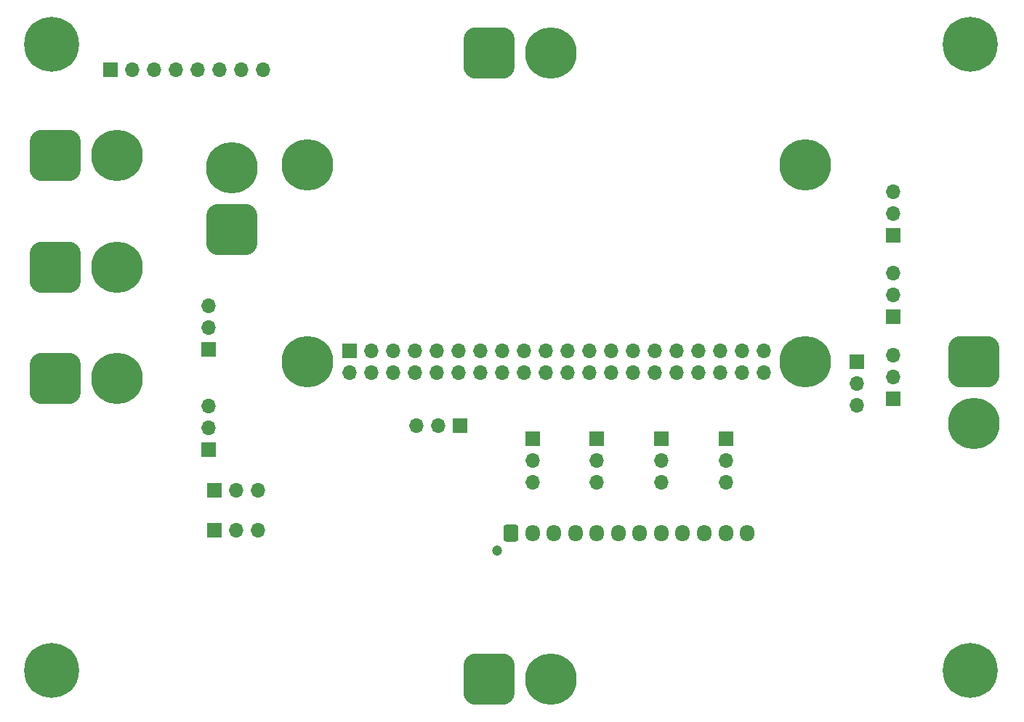
<source format=gbr>
%TF.GenerationSoftware,KiCad,Pcbnew,8.0.6-8.0.6-0~ubuntu24.04.1*%
%TF.CreationDate,2024-11-13T13:21:28+01:00*%
%TF.ProjectId,drn2,64726e32-2e6b-4696-9361-645f70636258,rev?*%
%TF.SameCoordinates,Original*%
%TF.FileFunction,Soldermask,Bot*%
%TF.FilePolarity,Negative*%
%FSLAX46Y46*%
G04 Gerber Fmt 4.6, Leading zero omitted, Abs format (unit mm)*
G04 Created by KiCad (PCBNEW 8.0.6-8.0.6-0~ubuntu24.04.1) date 2024-11-13 13:21:28*
%MOMM*%
%LPD*%
G01*
G04 APERTURE LIST*
G04 Aperture macros list*
%AMRoundRect*
0 Rectangle with rounded corners*
0 $1 Rounding radius*
0 $2 $3 $4 $5 $6 $7 $8 $9 X,Y pos of 4 corners*
0 Add a 4 corners polygon primitive as box body*
4,1,4,$2,$3,$4,$5,$6,$7,$8,$9,$2,$3,0*
0 Add four circle primitives for the rounded corners*
1,1,$1+$1,$2,$3*
1,1,$1+$1,$4,$5*
1,1,$1+$1,$6,$7*
1,1,$1+$1,$8,$9*
0 Add four rect primitives between the rounded corners*
20,1,$1+$1,$2,$3,$4,$5,0*
20,1,$1+$1,$4,$5,$6,$7,0*
20,1,$1+$1,$6,$7,$8,$9,0*
20,1,$1+$1,$8,$9,$2,$3,0*%
G04 Aperture macros list end*
%ADD10R,1.700000X1.700000*%
%ADD11O,1.700000X1.700000*%
%ADD12RoundRect,1.500000X-1.500000X-1.500000X1.500000X-1.500000X1.500000X1.500000X-1.500000X1.500000X0*%
%ADD13C,6.000000*%
%ADD14C,0.800000*%
%ADD15C,6.400000*%
%ADD16C,1.200000*%
%ADD17RoundRect,0.250000X-0.600000X-0.725000X0.600000X-0.725000X0.600000X0.725000X-0.600000X0.725000X0*%
%ADD18O,1.700000X1.950000*%
%ADD19RoundRect,1.500000X-1.500000X1.500000X-1.500000X-1.500000X1.500000X-1.500000X1.500000X1.500000X0*%
%ADD20RoundRect,1.500000X1.500000X-1.500000X1.500000X1.500000X-1.500000X1.500000X-1.500000X-1.500000X0*%
G04 APERTURE END LIST*
D10*
%TO.C,J11*%
X165000000Y-56275000D03*
D11*
X165000000Y-53735000D03*
X165000000Y-51195000D03*
%TD*%
D10*
%TO.C,J3*%
X138000000Y-79975000D03*
D11*
X138000000Y-82515000D03*
X138000000Y-85055000D03*
%TD*%
D10*
%TO.C,J10*%
X85250000Y-81290000D03*
D11*
X85250000Y-78750000D03*
X85250000Y-76210000D03*
%TD*%
D12*
%TO.C,J3_F2_BAT1*%
X67400000Y-47000000D03*
D13*
X74600000Y-47000000D03*
%TD*%
D12*
%TO.C,J4_M0_MOT0*%
X67400000Y-73000000D03*
D13*
X74600000Y-73000000D03*
%TD*%
D10*
%TO.C,J1*%
X145500000Y-80000000D03*
D11*
X145500000Y-82540000D03*
X145500000Y-85080000D03*
%TD*%
D10*
%TO.C,J13*%
X165000000Y-65790000D03*
D11*
X165000000Y-63250000D03*
X165000000Y-60710000D03*
%TD*%
D12*
%TO.C,J4_M3_MOT3*%
X117900000Y-108000000D03*
D13*
X125100000Y-108000000D03*
%TD*%
D10*
%TO.C,J12*%
X165000000Y-75290000D03*
D11*
X165000000Y-72750000D03*
X165000000Y-70210000D03*
%TD*%
D10*
%TO.C,J15*%
X85920000Y-86000000D03*
D11*
X88460000Y-86000000D03*
X91000000Y-86000000D03*
%TD*%
D10*
%TO.C,J4*%
X130500000Y-80000000D03*
D11*
X130500000Y-82540000D03*
X130500000Y-85080000D03*
%TD*%
D12*
%TO.C,J4_M4_BEC_IN1*%
X67400000Y-60000000D03*
D13*
X74600000Y-60000000D03*
%TD*%
D14*
%TO.C,GND2*%
X171600000Y-107000000D03*
X172302944Y-105302944D03*
X172302944Y-108697056D03*
X174000000Y-104600000D03*
D15*
X174000000Y-107000000D03*
D14*
X174000000Y-109400000D03*
X175697056Y-105302944D03*
X175697056Y-108697056D03*
X176400000Y-107000000D03*
%TD*%
D10*
%TO.C,J8*%
X114580000Y-78500000D03*
D11*
X112040000Y-78500000D03*
X109500000Y-78500000D03*
%TD*%
D14*
%TO.C,GND1*%
X64600000Y-107000000D03*
X65302944Y-105302944D03*
X65302944Y-108697056D03*
X67000000Y-104600000D03*
D15*
X67000000Y-107000000D03*
D14*
X67000000Y-109400000D03*
X68697056Y-105302944D03*
X68697056Y-108697056D03*
X69400000Y-107000000D03*
%TD*%
D16*
%TO.C,J5*%
X118900000Y-93000000D03*
D17*
X120500000Y-91000000D03*
D18*
X123000000Y-91000000D03*
X125500000Y-91000000D03*
X128000000Y-91000000D03*
X130500000Y-91000000D03*
X133000000Y-91000000D03*
X135500000Y-91000000D03*
X138000000Y-91000000D03*
X140500000Y-91000000D03*
X143000000Y-91000000D03*
X145500000Y-91000000D03*
X148000000Y-91000000D03*
%TD*%
D10*
%TO.C,J6*%
X73840000Y-37000000D03*
D11*
X76380000Y-37000000D03*
X78920000Y-37000000D03*
X81460000Y-37000000D03*
X84000000Y-37000000D03*
X86540000Y-37000000D03*
X89080000Y-37000000D03*
X91620000Y-37000000D03*
%TD*%
D10*
%TO.C,J16*%
X160750000Y-70975000D03*
D11*
X160750000Y-73515000D03*
X160750000Y-76055000D03*
%TD*%
D10*
%TO.C,J9*%
X85250000Y-69540000D03*
D11*
X85250000Y-67000000D03*
X85250000Y-64460000D03*
%TD*%
D19*
%TO.C,J4_M2_MOT2*%
X174400000Y-71000000D03*
D13*
X174400000Y-78200000D03*
%TD*%
D14*
%TO.C,GND3*%
X64600000Y-34000000D03*
X65302944Y-32302944D03*
X65302944Y-35697056D03*
X67000000Y-31600000D03*
D15*
X67000000Y-34000000D03*
D14*
X67000000Y-36400000D03*
X68697056Y-32302944D03*
X68697056Y-35697056D03*
X69400000Y-34000000D03*
%TD*%
D20*
%TO.C,J3_F1_BEC_OUT1*%
X88000000Y-55600000D03*
D13*
X88000000Y-48400000D03*
%TD*%
D10*
%TO.C,J7*%
X123000000Y-80000000D03*
D11*
X123000000Y-82540000D03*
X123000000Y-85080000D03*
%TD*%
D13*
%TO.C,J2*%
X96775000Y-71025000D03*
X154775000Y-71025000D03*
X96775000Y-48025000D03*
X154775000Y-48025000D03*
D10*
X101645000Y-69755000D03*
D11*
X101645000Y-72295000D03*
X104185000Y-69755000D03*
X104185000Y-72295000D03*
X106725000Y-69755000D03*
X106725000Y-72295000D03*
X109265000Y-69755000D03*
X109265000Y-72295000D03*
X111805000Y-69755000D03*
X111805000Y-72295000D03*
X114345000Y-69755000D03*
X114345000Y-72295000D03*
X116885000Y-69755000D03*
X116885000Y-72295000D03*
X119425000Y-69755000D03*
X119425000Y-72295000D03*
X121965000Y-69755000D03*
X121965000Y-72295000D03*
X124505000Y-69755000D03*
X124505000Y-72295000D03*
X127045000Y-69755000D03*
X127045000Y-72295000D03*
X129585000Y-69755000D03*
X129585000Y-72295000D03*
X132125000Y-69755000D03*
X132125000Y-72295000D03*
X134665000Y-69755000D03*
X134665000Y-72295000D03*
X137205000Y-69755000D03*
X137205000Y-72295000D03*
X139745000Y-69755000D03*
X139745000Y-72295000D03*
X142285000Y-69755000D03*
X142285000Y-72295000D03*
X144825000Y-69755000D03*
X144825000Y-72295000D03*
X147365000Y-69755000D03*
X147365000Y-72295000D03*
X149905000Y-69755000D03*
X149905000Y-72295000D03*
%TD*%
D10*
%TO.C,J14*%
X85920000Y-90650000D03*
D11*
X88460000Y-90650000D03*
X91000000Y-90650000D03*
%TD*%
D12*
%TO.C,J4_M1_MOT1*%
X117900000Y-35000000D03*
D13*
X125100000Y-35000000D03*
%TD*%
D14*
%TO.C,GND4*%
X171600000Y-34000000D03*
X172302944Y-32302944D03*
X172302944Y-35697056D03*
X174000000Y-31600000D03*
D15*
X174000000Y-34000000D03*
D14*
X174000000Y-36400000D03*
X175697056Y-32302944D03*
X175697056Y-35697056D03*
X176400000Y-34000000D03*
%TD*%
M02*

</source>
